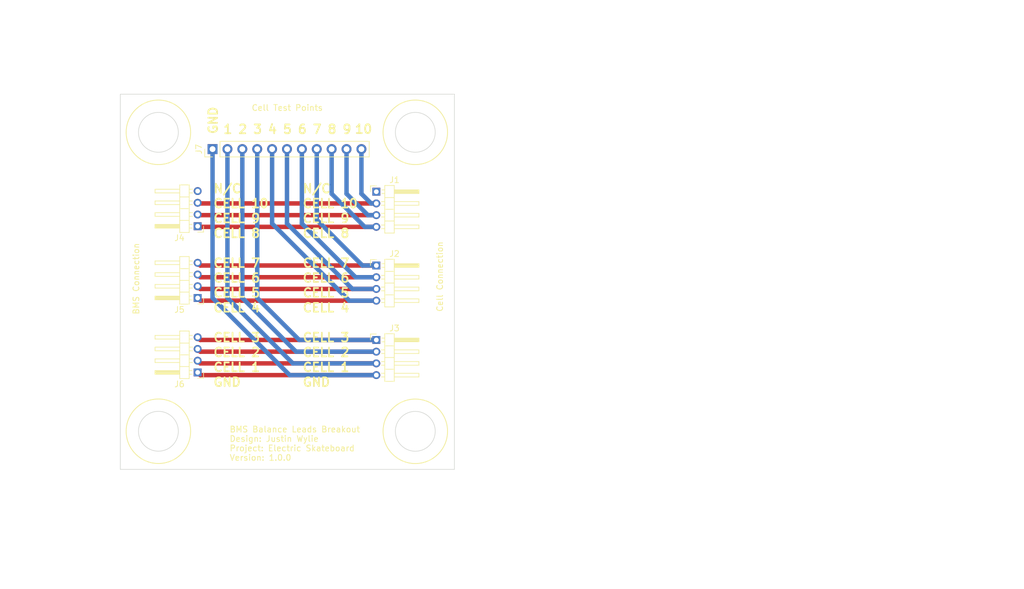
<source format=kicad_pcb>
(kicad_pcb (version 20221018) (generator pcbnew)
  (layers (0 "F.Cu" signal) (31 "B.Cu" signal) (34 "B.Paste" user) (35 "F.Paste" user) (36 "B.SilkS" user "B.Silkscreen") (37 "F.SilkS" user "F.Silkscreen") (38 "B.Mask" user) (39 "F.Mask" user) (44 "Edge.Cuts" user))
  (net 0 "")
  (net 2 "/cell_10")
  (net 3 "/cell_9")
  (net 4 "/cell_8")
  (net 5 "/cell_7")
  (net 6 "/cell_6")
  (net 7 "/cell_5")
  (net 8 "/cell_4")
  (net 9 "/cell_3")
  (net 10 "/cell_2")
  (net 11 "/cell_1")
  (net 12 "GND")
  (footprint "Connector_PinHeader_2.00mm:PinHeader_1x04_P2.00mm_Horizontal" (layer "F.Cu") (at 93.677772 102.631455)
    (fp_text reference "J1" (at 3.1 -2) (layer "F.SilkS"))
    (fp_text value "Conn_01x04")
    (fp_line (start -1 -1) (end 0 -1) (stroke (width 0.12)) (layer "F.SilkS"))
    (fp_line (start -1 0) (end -1 -1) (stroke (width 0.12)) (layer "F.SilkS"))
    (fp_line (start 0.882114 1.69) (end 1.44 1.69) (stroke (width 0.12)) (layer "F.SilkS"))
    (fp_line (start 0.882114 2.31) (end 1.44 2.31) (stroke (width 0.12)) (layer "F.SilkS"))
    (fp_line (start 0.882114 3.69) (end 1.44 3.69) (stroke (width 0.12)) (layer "F.SilkS"))
    (fp_line (start 0.882114 4.31) (end 1.44 4.31) (stroke (width 0.12)) (layer "F.SilkS"))
    (fp_line (start 0.882114 5.69) (end 1.44 5.69) (stroke (width 0.12)) (layer "F.SilkS"))
    (fp_line (start 0.882114 6.31) (end 1.44 6.31) (stroke (width 0.12)) (layer "F.SilkS"))
    (fp_line (start 0.935 -0.31) (end 1.44 -0.31) (stroke (width 0.12)) (layer "F.SilkS"))
    (fp_line (start 0.935 0.31) (end 1.44 0.31) (stroke (width 0.12)) (layer "F.SilkS"))
    (fp_line (start 1.44 -1.06) (end 1.44 7.06) (stroke (width 0.12)) (layer "F.SilkS"))
    (fp_line (start 1.44 1) (end 3.06 1) (stroke (width 0.12)) (layer "F.SilkS"))
    (fp_line (start 1.44 3) (end 3.06 3) (stroke (width 0.12)) (layer "F.SilkS"))
    (fp_line (start 1.44 5) (end 3.06 5) (stroke (width 0.12)) (layer "F.SilkS"))
    (fp_line (start 1.44 7.06) (end 3.06 7.06) (stroke (width 0.12)) (layer "F.SilkS"))
    (fp_line (start 3.06 -1.06) (end 1.44 -1.06) (stroke (width 0.12)) (layer "F.SilkS"))
    (fp_line (start 3.06 -0.31) (end 7.26 -0.31) (stroke (width 0.12)) (layer "F.SilkS"))
    (fp_line (start 3.06 -0.25) (end 7.26 -0.25) (stroke (width 0.12)) (layer "F.SilkS"))
    (fp_line (start 3.06 -0.13) (end 7.26 -0.13) (stroke (width 0.12)) (layer "F.SilkS"))
    (fp_line (start 3.06 -0.01) (end 7.26 -0.01) (stroke (width 0.12)) (layer "F.SilkS"))
    (fp_line (start 3.06 0.11) (end 7.26 0.11) (stroke (width 0.12)) (layer "F.SilkS"))
    (fp_line (start 3.06 0.23) (end 7.26 0.23) (stroke (width 0.12)) (layer "F.SilkS"))
    (fp_line (start 3.06 1.69) (end 7.26 1.69) (stroke (width 0.12)) (layer "F.SilkS"))
    (fp_line (start 3.06 3.69) (end 7.26 3.69) (stroke (width 0.12)) (layer "F.SilkS"))
    (fp_line (start 3.06 5.69) (end 7.26 5.69) (stroke (width 0.12)) (layer "F.SilkS"))
    (fp_line (start 3.06 7.06) (end 3.06 -1.06) (stroke (width 0.12)) (layer "F.SilkS"))
    (fp_line (start 7.26 -0.31) (end 7.26 0.31) (stroke (width 0.12)) (layer "F.SilkS"))
    (fp_line (start 7.26 0.31) (end 3.06 0.31) (stroke (width 0.12)) (layer "F.SilkS"))
    (fp_line (start 7.26 1.69) (end 7.26 2.31) (stroke (width 0.12)) (layer "F.SilkS"))
    (fp_line (start 7.26 2.31) (end 3.06 2.31) (stroke (width 0.12)) (layer "F.SilkS"))
    (fp_line (start 7.26 3.69) (end 7.26 4.31) (stroke (width 0.12)) (layer "F.SilkS"))
    (fp_line (start 7.26 4.31) (end 3.06 4.31) (stroke (width 0.12)) (layer "F.SilkS"))
    (fp_line (start 7.26 5.69) (end 7.26 6.31) (stroke (width 0.12)) (layer "F.SilkS"))
    (fp_line (start 7.26 6.31) (end 3.06 6.31) (stroke (width 0.12)) (layer "F.SilkS"))
    (pad "1" thru_hole rect (at 0 0) (size 1.35 1.35) (drill 0.8) (layers "*.Cu" "*.Mask"))
    (pad "2" thru_hole oval (at 0 2) (size 1.35 1.35) (drill 0.8) (layers "*.Cu" "*.Mask") (net 2 "/cell_10"))
    (pad "3" thru_hole oval (at 0 4) (size 1.35 1.35) (drill 0.8) (layers "*.Cu" "*.Mask") (net 3 "/cell_9"))
    (pad "4" thru_hole oval (at 0 6) (size 1.35 1.35) (drill 0.8) (layers "*.Cu" "*.Mask") (net 4 "/cell_8"))
  )
  (footprint "Connector_PinHeader_2.00mm:PinHeader_1x04_P2.00mm_Horizontal" (layer "F.Cu") (at 93.677772 115.221455)
    (fp_text reference "J2" (at 3.1 -2) (layer "F.SilkS"))
    (fp_text value "Conn_01x04")
    (fp_line (start -1 -1) (end 0 -1) (stroke (width 0.12)) (layer "F.SilkS"))
    (fp_line (start -1 0) (end -1 -1) (stroke (width 0.12)) (layer "F.SilkS"))
    (fp_line (start 0.882114 1.69) (end 1.44 1.69) (stroke (width 0.12)) (layer "F.SilkS"))
    (fp_line (start 0.882114 2.31) (end 1.44 2.31) (stroke (width 0.12)) (layer "F.SilkS"))
    (fp_line (start 0.882114 3.69) (end 1.44 3.69) (stroke (width 0.12)) (layer "F.SilkS"))
    (fp_line (start 0.882114 4.31) (end 1.44 4.31) (stroke (width 0.12)) (layer "F.SilkS"))
    (fp_line (start 0.882114 5.69) (end 1.44 5.69) (stroke (width 0.12)) (layer "F.SilkS"))
    (fp_line (start 0.882114 6.31) (end 1.44 6.31) (stroke (width 0.12)) (layer "F.SilkS"))
    (fp_line (start 0.935 -0.31) (end 1.44 -0.31) (stroke (width 0.12)) (layer "F.SilkS"))
    (fp_line (start 0.935 0.31) (end 1.44 0.31) (stroke (width 0.12)) (layer "F.SilkS"))
    (fp_line (start 1.44 -1.06) (end 1.44 7.06) (stroke (width 0.12)) (layer "F.SilkS"))
    (fp_line (start 1.44 1) (end 3.06 1) (stroke (width 0.12)) (layer "F.SilkS"))
    (fp_line (start 1.44 3) (end 3.06 3) (stroke (width 0.12)) (layer "F.SilkS"))
    (fp_line (start 1.44 5) (end 3.06 5) (stroke (width 0.12)) (layer "F.SilkS"))
    (fp_line (start 1.44 7.06) (end 3.06 7.06) (stroke (width 0.12)) (layer "F.SilkS"))
    (fp_line (start 3.06 -1.06) (end 1.44 -1.06) (stroke (width 0.12)) (layer "F.SilkS"))
    (fp_line (start 3.06 -0.31) (end 7.26 -0.31) (stroke (width 0.12)) (layer "F.SilkS"))
    (fp_line (start 3.06 -0.25) (end 7.26 -0.25) (stroke (width 0.12)) (layer "F.SilkS"))
    (fp_line (start 3.06 -0.13) (end 7.26 -0.13) (stroke (width 0.12)) (layer "F.SilkS"))
    (fp_line (start 3.06 -0.01) (end 7.26 -0.01) (stroke (width 0.12)) (layer "F.SilkS"))
    (fp_line (start 3.06 0.11) (end 7.26 0.11) (stroke (width 0.12)) (layer "F.SilkS"))
    (fp_line (start 3.06 0.23) (end 7.26 0.23) (stroke (width 0.12)) (layer "F.SilkS"))
    (fp_line (start 3.06 1.69) (end 7.26 1.69) (stroke (width 0.12)) (layer "F.SilkS"))
    (fp_line (start 3.06 3.69) (end 7.26 3.69) (stroke (width 0.12)) (layer "F.SilkS"))
    (fp_line (start 3.06 5.69) (end 7.26 5.69) (stroke (width 0.12)) (layer "F.SilkS"))
    (fp_line (start 3.06 7.06) (end 3.06 -1.06) (stroke (width 0.12)) (layer "F.SilkS"))
    (fp_line (start 7.26 -0.31) (end 7.26 0.31) (stroke (width 0.12)) (layer "F.SilkS"))
    (fp_line (start 7.26 0.31) (end 3.06 0.31) (stroke (width 0.12)) (layer "F.SilkS"))
    (fp_line (start 7.26 1.69) (end 7.26 2.31) (stroke (width 0.12)) (layer "F.SilkS"))
    (fp_line (start 7.26 2.31) (end 3.06 2.31) (stroke (width 0.12)) (layer "F.SilkS"))
    (fp_line (start 7.26 3.69) (end 7.26 4.31) (stroke (width 0.12)) (layer "F.SilkS"))
    (fp_line (start 7.26 4.31) (end 3.06 4.31) (stroke (width 0.12)) (layer "F.SilkS"))
    (fp_line (start 7.26 5.69) (end 7.26 6.31) (stroke (width 0.12)) (layer "F.SilkS"))
    (fp_line (start 7.26 6.31) (end 3.06 6.31) (stroke (width 0.12)) (layer "F.SilkS"))
    (pad "1" thru_hole rect (at 0 0) (size 1.35 1.35) (drill 0.8) (layers "*.Cu" "*.Mask") (net 5 "/cell_7"))
    (pad "2" thru_hole oval (at 0 2) (size 1.35 1.35) (drill 0.8) (layers "*.Cu" "*.Mask") (net 6 "/cell_6"))
    (pad "3" thru_hole oval (at 0 4) (size 1.35 1.35) (drill 0.8) (layers "*.Cu" "*.Mask") (net 7 "/cell_5"))
    (pad "4" thru_hole oval (at 0 6) (size 1.35 1.35) (drill 0.8) (layers "*.Cu" "*.Mask") (net 8 "/cell_4"))
  )
  (footprint "Connector_PinHeader_2.54mm:PinHeader_1x11_P2.54mm_Vertical" (layer "F.Cu") (at 65.737772 95.361455 90)
    (fp_text reference "J7" (at 0 -2.33 90) (layer "F.SilkS"))
    (fp_text value "Conn_01x11")
    (fp_line (start -1.33 -1.33) (end 0 -1.33) (stroke (width 0.12)) (layer "F.SilkS"))
    (fp_line (start -1.33 0) (end -1.33 -1.33) (stroke (width 0.12)) (layer "F.SilkS"))
    (fp_line (start -1.33 1.27) (end -1.33 26.73) (stroke (width 0.12)) (layer "F.SilkS"))
    (fp_line (start -1.33 1.27) (end 1.33 1.27) (stroke (width 0.12)) (layer "F.SilkS"))
    (fp_line (start -1.33 26.73) (end 1.33 26.73) (stroke (width 0.12)) (layer "F.SilkS"))
    (fp_line (start 1.33 1.27) (end 1.33 26.73) (stroke (width 0.12)) (layer "F.SilkS"))
    (pad "1" thru_hole rect (at 0 0 90) (size 1.7 1.7) (drill 1) (layers "*.Cu" "*.Mask") (net 12 "GND"))
    (pad "2" thru_hole oval (at 0 2.54 90) (size 1.7 1.7) (drill 1) (layers "*.Cu" "*.Mask") (net 11 "/cell_1"))
    (pad "3" thru_hole oval (at 0 5.08 90) (size 1.7 1.7) (drill 1) (layers "*.Cu" "*.Mask") (net 10 "/cell_2"))
    (pad "4" thru_hole oval (at 0 7.62 90) (size 1.7 1.7) (drill 1) (layers "*.Cu" "*.Mask") (net 9 "/cell_3"))
    (pad "5" thru_hole oval (at 0 10.16 90) (size 1.7 1.7) (drill 1) (layers "*.Cu" "*.Mask") (net 8 "/cell_4"))
    (pad "6" thru_hole oval (at 0 12.7 90) (size 1.7 1.7) (drill 1) (layers "*.Cu" "*.Mask") (net 7 "/cell_5"))
    (pad "7" thru_hole oval (at 0 15.24 90) (size 1.7 1.7) (drill 1) (layers "*.Cu" "*.Mask") (net 6 "/cell_6"))
    (pad "8" thru_hole oval (at 0 17.78 90) (size 1.7 1.7) (drill 1) (layers "*.Cu" "*.Mask") (net 5 "/cell_7"))
    (pad "9" thru_hole oval (at 0 20.32 90) (size 1.7 1.7) (drill 1) (layers "*.Cu" "*.Mask") (net 4 "/cell_8"))
    (pad "10" thru_hole oval (at 0 22.86 90) (size 1.7 1.7) (drill 1) (layers "*.Cu" "*.Mask") (net 3 "/cell_9"))
    (pad "11" thru_hole oval (at 0 25.4 90) (size 1.7 1.7) (drill 1) (layers "*.Cu" "*.Mask") (net 2 "/cell_10"))
  )
  (footprint "Connector_PinHeader_2.00mm:PinHeader_1x04_P2.00mm_Horizontal" (layer "F.Cu") (at 63.197772 133.461455 180)
    (fp_text reference "J6" (at 3.1 -2) (layer "F.SilkS"))
    (fp_text value "Conn_01x04")
    (fp_line (start -1 -1) (end 0 -1) (stroke (width 0.12)) (layer "F.SilkS"))
    (fp_line (start -1 0) (end -1 -1) (stroke (width 0.12)) (layer "F.SilkS"))
    (fp_line (start 0.882114 1.69) (end 1.44 1.69) (stroke (width 0.12)) (layer "F.SilkS"))
    (fp_line (start 0.882114 2.31) (end 1.44 2.31) (stroke (width 0.12)) (layer "F.SilkS"))
    (fp_line (start 0.882114 3.69) (end 1.44 3.69) (stroke (width 0.12)) (layer "F.SilkS"))
    (fp_line (start 0.882114 4.31) (end 1.44 4.31) (stroke (width 0.12)) (layer "F.SilkS"))
    (fp_line (start 0.882114 5.69) (end 1.44 5.69) (stroke (width 0.12)) (layer "F.SilkS"))
    (fp_line (start 0.882114 6.31) (end 1.44 6.31) (stroke (width 0.12)) (layer "F.SilkS"))
    (fp_line (start 0.935 -0.31) (end 1.44 -0.31) (stroke (width 0.12)) (layer "F.SilkS"))
    (fp_line (start 0.935 0.31) (end 1.44 0.31) (stroke (width 0.12)) (layer "F.SilkS"))
    (fp_line (start 1.44 -1.06) (end 1.44 7.06) (stroke (width 0.12)) (layer "F.SilkS"))
    (fp_line (start 1.44 1) (end 3.06 1) (stroke (width 0.12)) (layer "F.SilkS"))
    (fp_line (start 1.44 3) (end 3.06 3) (stroke (width 0.12)) (layer "F.SilkS"))
    (fp_line (start 1.44 5) (end 3.06 5) (stroke (width 0.12)) (layer "F.SilkS"))
    (fp_line (start 1.44 7.06) (end 3.06 7.06) (stroke (width 0.12)) (layer "F.SilkS"))
    (fp_line (start 3.06 -1.06) (end 1.44 -1.06) (stroke (width 0.12)) (layer "F.SilkS"))
    (fp_line (start 3.06 -0.31) (end 7.26 -0.31) (stroke (width 0.12)) (layer "F.SilkS"))
    (fp_line (start 3.06 -0.25) (end 7.26 -0.25) (stroke (width 0.12)) (layer "F.SilkS"))
    (fp_line (start 3.06 -0.13) (end 7.26 -0.13) (stroke (width 0.12)) (layer "F.SilkS"))
    (fp_line (start 3.06 -0.01) (end 7.26 -0.01) (stroke (width 0.12)) (layer "F.SilkS"))
    (fp_line (start 3.06 0.11) (end 7.26 0.11) (stroke (width 0.12)) (layer "F.SilkS"))
    (fp_line (start 3.06 0.23) (end 7.26 0.23) (stroke (width 0.12)) (layer "F.SilkS"))
    (fp_line (start 3.06 1.69) (end 7.26 1.69) (stroke (width 0.12)) (layer "F.SilkS"))
    (fp_line (start 3.06 3.69) (end 7.26 3.69) (stroke (width 0.12)) (layer "F.SilkS"))
    (fp_line (start 3.06 5.69) (end 7.26 5.69) (stroke (width 0.12)) (layer "F.SilkS"))
    (fp_line (start 3.06 7.06) (end 3.06 -1.06) (stroke (width 0.12)) (layer "F.SilkS"))
    (fp_line (start 7.26 -0.31) (end 7.26 0.31) (stroke (width 0.12)) (layer "F.SilkS"))
    (fp_line (start 7.26 0.31) (end 3.06 0.31) (stroke (width 0.12)) (layer "F.SilkS"))
    (fp_line (start 7.26 1.69) (end 7.26 2.31) (stroke (width 0.12)) (layer "F.SilkS"))
    (fp_line (start 7.26 2.31) (end 3.06 2.31) (stroke (width 0.12)) (layer "F.SilkS"))
    (fp_line (start 7.26 3.69) (end 7.26 4.31) (stroke (width 0.12)) (layer "F.SilkS"))
    (fp_line (start 7.26 4.31) (end 3.06 4.31) (stroke (width 0.12)) (layer "F.SilkS"))
    (fp_line (start 7.26 5.69) (end 7.26 6.31) (stroke (width 0.12)) (layer "F.SilkS"))
    (fp_line (start 7.26 6.31) (end 3.06 6.31) (stroke (width 0.12)) (layer "F.SilkS"))
    (pad "1" thru_hole rect (at 0 0 180) (size 1.35 1.35) (drill 0.8) (layers "*.Cu" "*.Mask") (net 12 "GND"))
    (pad "2" thru_hole oval (at 0 2 180) (size 1.35 1.35) (drill 0.8) (layers "*.Cu" "*.Mask") (net 11 "/cell_1"))
    (pad "3" thru_hole oval (at 0 4 180) (size 1.35 1.35) (drill 0.8) (layers "*.Cu" "*.Mask") (net 10 "/cell_2"))
    (pad "4" thru_hole oval (at 0 6 180) (size 1.35 1.35) (drill 0.8) (layers "*.Cu" "*.Mask") (net 9 "/cell_3"))
  )
  (footprint "Connector_PinHeader_2.00mm:PinHeader_1x04_P2.00mm_Horizontal" (layer "F.Cu") (at 63.197772 120.761455 180)
    (fp_text reference "J5" (at 3.1 -2) (layer "F.SilkS"))
    (fp_text value "Conn_01x04")
    (fp_line (start -1 -1) (end 0 -1) (stroke (width 0.12)) (layer "F.SilkS"))
    (fp_line (start -1 0) (end -1 -1) (stroke (width 0.12)) (layer "F.SilkS"))
    (fp_line (start 0.882114 1.69) (end 1.44 1.69) (stroke (width 0.12)) (layer "F.SilkS"))
    (fp_line (start 0.882114 2.31) (end 1.44 2.31) (stroke (width 0.12)) (layer "F.SilkS"))
    (fp_line (start 0.882114 3.69) (end 1.44 3.69) (stroke (width 0.12)) (layer "F.SilkS"))
    (fp_line (start 0.882114 4.31) (end 1.44 4.31) (stroke (width 0.12)) (layer "F.SilkS"))
    (fp_line (start 0.882114 5.69) (end 1.44 5.69) (stroke (width 0.12)) (layer "F.SilkS"))
    (fp_line (start 0.882114 6.31) (end 1.44 6.31) (stroke (width 0.12)) (layer "F.SilkS"))
    (fp_line (start 0.935 -0.31) (end 1.44 -0.31) (stroke (width 0.12)) (layer "F.SilkS"))
    (fp_line (start 0.935 0.31) (end 1.44 0.31) (stroke (width 0.12)) (layer "F.SilkS"))
    (fp_line (start 1.44 -1.06) (end 1.44 7.06) (stroke (width 0.12)) (layer "F.SilkS"))
    (fp_line (start 1.44 1) (end 3.06 1) (stroke (width 0.12)) (layer "F.SilkS"))
    (fp_line (start 1.44 3) (end 3.06 3) (stroke (width 0.12)) (layer "F.SilkS"))
    (fp_line (start 1.44 5) (end 3.06 5) (stroke (width 0.12)) (layer "F.SilkS"))
    (fp_line (start 1.44 7.06) (end 3.06 7.06) (stroke (width 0.12)) (layer "F.SilkS"))
    (fp_line (start 3.06 -1.06) (end 1.44 -1.06) (stroke (width 0.12)) (layer "F.SilkS"))
    (fp_line (start 3.06 -0.31) (end 7.26 -0.31) (stroke (width 0.12)) (layer "F.SilkS"))
    (fp_line (start 3.06 -0.25) (end 7.26 -0.25) (stroke (width 0.12)) (layer "F.SilkS"))
    (fp_line (start 3.06 -0.13) (end 7.26 -0.13) (stroke (width 0.12)) (layer "F.SilkS"))
    (fp_line (start 3.06 -0.01) (end 7.26 -0.01) (stroke (width 0.12)) (layer "F.SilkS"))
    (fp_line (start 3.06 0.11) (end 7.26 0.11) (stroke (width 0.12)) (layer "F.SilkS"))
    (fp_line (start 3.06 0.23) (end 7.26 0.23) (stroke (width 0.12)) (layer "F.SilkS"))
    (fp_line (start 3.06 1.69) (end 7.26 1.69) (stroke (width 0.12)) (layer "F.SilkS"))
    (fp_line (start 3.06 3.69) (end 7.26 3.69) (stroke (width 0.12)) (layer "F.SilkS"))
    (fp_line (start 3.06 5.69) (end 7.26 5.69) (stroke (width 0.12)) (layer "F.SilkS"))
    (fp_line (start 3.06 7.06) (end 3.06 -1.06) (stroke (width 0.12)) (layer "F.SilkS"))
    (fp_line (start 7.26 -0.31) (end 7.26 0.31) (stroke (width 0.12)) (layer "F.SilkS"))
    (fp_line (start 7.26 0.31) (end 3.06 0.31) (stroke (width 0.12)) (layer "F.SilkS"))
    (fp_line (start 7.26 1.69) (end 7.26 2.31) (stroke (width 0.12)) (layer "F.SilkS"))
    (fp_line (start 7.26 2.31) (end 3.06 2.31) (stroke (width 0.12)) (layer "F.SilkS"))
    (fp_line (start 7.26 3.69) (end 7.26 4.31) (stroke (width 0.12)) (layer "F.SilkS"))
    (fp_line (start 7.26 4.31) (end 3.06 4.31) (stroke (width 0.12)) (layer "F.SilkS"))
    (fp_line (start 7.26 5.69) (end 7.26 6.31) (stroke (width 0.12)) (layer "F.SilkS"))
    (fp_line (start 7.26 6.31) (end 3.06 6.31) (stroke (width 0.12)) (layer "F.SilkS"))
    (pad "1" thru_hole rect (at 0 0 180) (size 1.35 1.35) (drill 0.8) (layers "*.Cu" "*.Mask") (net 8 "/cell_4"))
    (pad "2" thru_hole oval (at 0 2 180) (size 1.35 1.35) (drill 0.8) (layers "*.Cu" "*.Mask") (net 7 "/cell_5"))
    (pad "3" thru_hole oval (at 0 4 180) (size 1.35 1.35) (drill 0.8) (layers "*.Cu" "*.Mask") (net 6 "/cell_6"))
    (pad "4" thru_hole oval (at 0 6 180) (size 1.35 1.35) (drill 0.8) (layers "*.Cu" "*.Mask") (net 5 "/cell_7"))
  )
  (footprint "Connector_PinHeader_2.00mm:PinHeader_1x04_P2.00mm_Horizontal" (layer "F.Cu") (at 63.197772 108.521455 180)
    (fp_text reference "J4" (at 3.1 -2) (layer "F.SilkS"))
    (fp_text value "Conn_01x04")
    (fp_line (start -1 -1) (end 0 -1) (stroke (width 0.12)) (layer "F.SilkS"))
    (fp_line (start -1 0) (end -1 -1) (stroke (width 0.12)) (layer "F.SilkS"))
    (fp_line (start 0.882114 1.69) (end 1.44 1.69) (stroke (width 0.12)) (layer "F.SilkS"))
    (fp_line (start 0.882114 2.31) (end 1.44 2.31) (stroke (width 0.12)) (layer "F.SilkS"))
    (fp_line (start 0.882114 3.69) (end 1.44 3.69) (stroke (width 0.12)) (layer "F.SilkS"))
    (fp_line (start 0.882114 4.31) (end 1.44 4.31) (stroke (width 0.12)) (layer "F.SilkS"))
    (fp_line (start 0.882114 5.69) (end 1.44 5.69) (stroke (width 0.12)) (layer "F.SilkS"))
    (fp_line (start 0.882114 6.31) (end 1.44 6.31) (stroke (width 0.12)) (layer "F.SilkS"))
    (fp_line (start 0.935 -0.31) (end 1.44 -0.31) (stroke (width 0.12)) (layer "F.SilkS"))
    (fp_line (start 0.935 0.31) (end 1.44 0.31) (stroke (width 0.12)) (layer "F.SilkS"))
    (fp_line (start 1.44 -1.06) (end 1.44 7.06) (stroke (width 0.12)) (layer "F.SilkS"))
    (fp_line (start 1.44 1) (end 3.06 1) (stroke (width 0.12)) (layer "F.SilkS"))
    (fp_line (start 1.44 3) (end 3.06 3) (stroke (width 0.12)) (layer "F.SilkS"))
    (fp_line (start 1.44 5) (end 3.06 5) (stroke (width 0.12)) (layer "F.SilkS"))
    (fp_line (start 1.44 7.06) (end 3.06 7.06) (stroke (width 0.12)) (layer "F.SilkS"))
    (fp_line (start 3.06 -1.06) (end 1.44 -1.06) (stroke (width 0.12)) (layer "F.SilkS"))
    (fp_line (start 3.06 -0.31) (end 7.26 -0.31) (stroke (width 0.12)) (layer "F.SilkS"))
    (fp_line (start 3.06 -0.25) (end 7.26 -0.25) (stroke (width 0.12)) (layer "F.SilkS"))
    (fp_line (start 3.06 -0.13) (end 7.26 -0.13) (stroke (width 0.12)) (layer "F.SilkS"))
    (fp_line (start 3.06 -0.01) (end 7.26 -0.01) (stroke (width 0.12)) (layer "F.SilkS"))
    (fp_line (start 3.06 0.11) (end 7.26 0.11) (stroke (width 0.12)) (layer "F.SilkS"))
    (fp_line (start 3.06 0.23) (end 7.26 0.23) (stroke (width 0.12)) (layer "F.SilkS"))
    (fp_line (start 3.06 1.69) (end 7.26 1.69) (stroke (width 0.12)) (layer "F.SilkS"))
    (fp_line (start 3.06 3.69) (end 7.26 3.69) (stroke (width 0.12)) (layer "F.SilkS"))
    (fp_line (start 3.06 5.69) (end 7.26 5.69) (stroke (width 0.12)) (layer "F.SilkS"))
    (fp_line (start 3.06 7.06) (end 3.06 -1.06) (stroke (width 0.12)) (layer "F.SilkS"))
    (fp_line (start 7.26 -0.31) (end 7.26 0.31) (stroke (width 0.12)) (layer "F.SilkS"))
    (fp_line (start 7.26 0.31) (end 3.06 0.31) (stroke (width 0.12)) (layer "F.SilkS"))
    (fp_line (start 7.26 1.69) (end 7.26 2.31) (stroke (width 0.12)) (layer "F.SilkS"))
    (fp_line (start 7.26 2.31) (end 3.06 2.31) (stroke (width 0.12)) (layer "F.SilkS"))
    (fp_line (start 7.26 3.69) (end 7.26 4.31) (stroke (width 0.12)) (layer "F.SilkS"))
    (fp_line (start 7.26 4.31) (end 3.06 4.31) (stroke (width 0.12)) (layer "F.SilkS"))
    (fp_line (start 7.26 5.69) (end 7.26 6.31) (stroke (width 0.12)) (layer "F.SilkS"))
    (fp_line (start 7.26 6.31) (end 3.06 6.31) (stroke (width 0.12)) (layer "F.SilkS"))
    (pad "1" thru_hole rect (at 0 0 180) (size 1.35 1.35) (drill 0.8) (layers "*.Cu" "*.Mask") (net 4 "/cell_8"))
    (pad "2" thru_hole oval (at 0 2 180) (size 1.35 1.35) (drill 0.8) (layers "*.Cu" "*.Mask") (net 3 "/cell_9"))
    (pad "3" thru_hole oval (at 0 4 180) (size 1.35 1.35) (drill 0.8) (layers "*.Cu" "*.Mask") (net 2 "/cell_10"))
    (pad "4" thru_hole oval (at 0 6 180) (size 1.35 1.35) (drill 0.8) (layers "*.Cu" "*.Mask"))
  )
  (footprint "Connector_PinHeader_2.00mm:PinHeader_1x04_P2.00mm_Horizontal" (layer "F.Cu") (at 93.677772 127.921455)
    (fp_text reference "J3" (at 3.1 -2) (layer "F.SilkS"))
    (fp_text value "Conn_01x04")
    (fp_line (start -1 -1) (end 0 -1) (stroke (width 0.12)) (layer "F.SilkS"))
    (fp_line (start -1 0) (end -1 -1) (stroke (width 0.12)) (layer "F.SilkS"))
    (fp_line (start 0.882114 1.69) (end 1.44 1.69) (stroke (width 0.12)) (layer "F.SilkS"))
    (fp_line (start 0.882114 2.31) (end 1.44 2.31) (stroke (width 0.12)) (layer "F.SilkS"))
    (fp_line (start 0.882114 3.69) (end 1.44 3.69) (stroke (width 0.12)) (layer "F.SilkS"))
    (fp_line (start 0.882114 4.31) (end 1.44 4.31) (stroke (width 0.12)) (layer "F.SilkS"))
    (fp_line (start 0.882114 5.69) (end 1.44 5.69) (stroke (width 0.12)) (layer "F.SilkS"))
    (fp_line (start 0.882114 6.31) (end 1.44 6.31) (stroke (width 0.12)) (layer "F.SilkS"))
    (fp_line (start 0.935 -0.31) (end 1.44 -0.31) (stroke (width 0.12)) (layer "F.SilkS"))
    (fp_line (start 0.935 0.31) (end 1.44 0.31) (stroke (width 0.12)) (layer "F.SilkS"))
    (fp_line (start 1.44 -1.06) (end 1.44 7.06) (stroke (width 0.12)) (layer "F.SilkS"))
    (fp_line (start 1.44 1) (end 3.06 1) (stroke (width 0.12)) (layer "F.SilkS"))
    (fp_line (start 1.44 3) (end 3.06 3) (stroke (width 0.12)) (layer "F.SilkS"))
    (fp_line (start 1.44 5) (end 3.06 5) (stroke (width 0.12)) (layer "F.SilkS"))
    (fp_line (start 1.44 7.06) (end 3.06 7.06) (stroke (width 0.12)) (layer "F.SilkS"))
    (fp_line (start 3.06 -1.06) (end 1.44 -1.06) (stroke (width 0.12)) (layer "F.SilkS"))
    (fp_line (start 3.06 -0.31) (end 7.26 -0.31) (stroke (width 0.12)) (layer "F.SilkS"))
    (fp_line (start 3.06 -0.25) (end 7.26 -0.25) (stroke (width 0.12)) (layer "F.SilkS"))
    (fp_line (start 3.06 -0.13) (end 7.26 -0.13) (stroke (width 0.12)) (layer "F.SilkS"))
    (fp_line (start 3.06 -0.01) (end 7.26 -0.01) (stroke (width 0.12)) (layer "F.SilkS"))
    (fp_line (start 3.06 0.11) (end 7.26 0.11) (stroke (width 0.12)) (layer "F.SilkS"))
    (fp_line (start 3.06 0.23) (end 7.26 0.23) (stroke (width 0.12)) (layer "F.SilkS"))
    (fp_line (start 3.06 1.69) (end 7.26 1.69) (stroke (width 0.12)) (layer "F.SilkS"))
    (fp_line (start 3.06 3.69) (end 7.26 3.69) (stroke (width 0.12)) (layer "F.SilkS"))
    (fp_line (start 3.06 5.69) (end 7.26 5.69) (stroke (width 0.12)) (layer "F.SilkS"))
    (fp_line (start 3.06 7.06) (end 3.06 -1.06) (stroke (width 0.12)) (layer "F.SilkS"))
    (fp_line (start 7.26 -0.31) (end 7.26 0.31) (stroke (width 0.12)) (layer "F.SilkS"))
    (fp_line (start 7.26 0.31) (end 3.06 0.31) (stroke (width 0.12)) (layer "F.SilkS"))
    (fp_line (start 7.26 1.69) (end 7.26 2.31) (stroke (width 0.12)) (layer "F.SilkS"))
    (fp_line (start 7.26 2.31) (end 3.06 2.31) (stroke (width 0.12)) (layer "F.SilkS"))
    (fp_line (start 7.26 3.69) (end 7.26 4.31) (stroke (width 0.12)) (layer "F.SilkS"))
    (fp_line (start 7.26 4.31) (end 3.06 4.31) (stroke (width 0.12)) (layer "F.SilkS"))
    (fp_line (start 7.26 5.69) (end 7.26 6.31) (stroke (width 0.12)) (layer "F.SilkS"))
    (fp_line (start 7.26 6.31) (end 3.06 6.31) (stroke (width 0.12)) (layer "F.SilkS"))
    (pad "1" thru_hole rect (at 0 0) (size 1.35 1.35) (drill 0.8) (layers "*.Cu" "*.Mask") (net 9 "/cell_3"))
    (pad "2" thru_hole oval (at 0 2) (size 1.35 1.35) (drill 0.8) (layers "*.Cu" "*.Mask") (net 10 "/cell_2"))
    (pad "3" thru_hole oval (at 0 4) (size 1.35 1.35) (drill 0.8) (layers "*.Cu" "*.Mask") (net 11 "/cell_1"))
    (pad "4" thru_hole oval (at 0 6) (size 1.35 1.35) (drill 0.8) (layers "*.Cu" "*.Mask") (net 12 "GND"))
  )
  (gr_circle (center 56.5 92.5) (end 62 92.5) (stroke (width 0.15)) (fill none) (layer "F.SilkS"))
  (gr_circle (center 100.33 92.5) (end 105.83 92.5) (stroke (width 0.15)) (fill none) (layer "F.SilkS"))
  (gr_circle (center 100.33 143.51) (end 105.83 143.51) (stroke (width 0.15)) (fill none) (layer "F.SilkS"))
  (gr_circle (center 56.5 143.5) (end 62 143.5) (stroke (width 0.15)) (fill none) (layer "F.SilkS"))
  (gr_line (start 50 150) (end 50 86) (stroke (width 0.1)) (layer "Edge.Cuts"))
  (gr_line (start 107 150) (end 50 150) (stroke (width 0.1)) (layer "Edge.Cuts"))
  (gr_line (start 50 86) (end 107 86) (stroke (width 0.1)) (layer "Edge.Cuts"))
  (gr_line (start 107 86) (end 107 150) (stroke (width 0.1)) (layer "Edge.Cuts"))
  (gr_circle (center 100.33 92.5) (end 103.73 92.5) (stroke (width 0.1)) (fill none) (layer "Edge.Cuts"))
  (gr_circle (center 56.5 143.5) (end 59.9 143.5) (stroke (width 0.1)) (fill none) (layer "Edge.Cuts"))
  (gr_circle (center 100.33 143.51) (end 103.73 143.51) (stroke (width 0.1)) (fill none) (layer "Edge.Cuts"))
  (gr_circle (center 56.5 92.5) (end 59.9 92.5) (stroke (width 0.1)) (fill none) (layer "Edge.Cuts"))
  (gr_text "CELL 4" (at 80.977772 123.301455) (layer "F.SilkS") (effects (font (size 1.5 1.5) (thickness 0.3) bold) (justify left bottom)))
  (gr_text "N/C" (at 80.977772 102.981455) (layer "F.SilkS") (effects (font (size 1.5 1.5) (thickness 0.3) bold) (justify left bottom)))
  (gr_text "CELL 5" (at 65.737772 120.761455) (layer "F.SilkS") (effects (font (size 1.5 1.5) (thickness 0.3) bold) (justify left bottom)))
  (gr_text "5" (at 77.596748 92.856281) (layer "F.SilkS") (effects (font (size 1.5 1.5) (thickness 0.3) bold) (justify left bottom)))
  (gr_text "CELL 7" (at 65.737772 115.681455) (layer "F.SilkS") (effects (font (size 1.5 1.5) (thickness 0.3) bold) (justify left bottom)))
  (gr_text "GND" (at 80.977772 136.001455) (layer "F.SilkS") (effects (font (size 1.5 1.5) (thickness 0.3) bold) (justify left bottom)))
  (gr_text "CELL 9" (at 80.977772 108.061455) (layer "F.SilkS") (effects (font (size 1.5 1.5) (thickness 0.3) bold) (justify left bottom)))
  (gr_text "CELL 6" (at 65.737772 118.221455) (layer "F.SilkS") (effects (font (size 1.5 1.5) (thickness 0.3) bold) (justify left bottom)))
  (gr_text "CELL 10" (at 65.737772 105.521455) (layer "F.SilkS") (effects (font (size 1.5 1.5) (thickness 0.3) bold) (justify left bottom)))
  (gr_text "CELL 1" (at 80.977772 133.461455) (layer "F.SilkS") (effects (font (size 1.5 1.5) (thickness 0.3) bold) (justify left bottom)))
  (gr_text "CELL 1" (at 65.737772 133.461455) (layer "F.SilkS") (effects (font (size 1.5 1.5) (thickness 0.3) bold) (justify left bottom)))
  (gr_text "CELL 3" (at 65.737772 128.381455) (layer "F.SilkS") (effects (font (size 1.5 1.5) (thickness 0.3) bold) (justify left bottom)))
  (gr_text "1" (at 67.436748 92.856281) (layer "F.SilkS") (effects (font (size 1.5 1.5) (thickness 0.3) bold) (justify left bottom)))
  (gr_text "CELL 7" (at 80.977772 115.681455) (layer "F.SilkS") (effects (font (size 1.5 1.5) (thickness 0.3) bold) (justify left bottom)))
  (gr_text "CELL 9" (at 65.737772 108.061455) (layer "F.SilkS") (effects (font (size 1.5 1.5) (thickness 0.3) bold) (justify left bottom)))
  (gr_text "CELL 8" (at 65.737772 110.601455) (layer "F.SilkS") (effects (font (size 1.5 1.5) (thickness 0.3) bold) (justify left bottom)))
  (gr_text "CELL 5" (at 80.977772 120.761455) (layer "F.SilkS") (effects (font (size 1.5 1.5) (thickness 0.3) bold) (justify left bottom)))
  (gr_text "CELL 10" (at 80.977772 105.521455) (layer "F.SilkS") (effects (font (size 1.5 1.5) (thickness 0.3) bold) (justify left bottom)))
  (gr_text "3" (at 72.516748 92.856281) (layer "F.SilkS") (effects (font (size 1.5 1.5) (thickness 0.3) bold) (justify left bottom)))
  (gr_text "6" (at 80.136748 92.856281) (layer "F.SilkS") (effects (font (size 1.5 1.5) (thickness 0.3) bold) (justify left bottom)))
  (gr_text "2" (at 69.976748 92.856281) (layer "F.SilkS") (effects (font (size 1.5 1.5) (thickness 0.3) bold) (justify left bottom)))
  (gr_text "BMS Balance Leads Breakout\nDesign: Justin Wylie\nProject: Electric Skateboard\nVersion: 1.0.0" (at 68.58 148.59) (layer "F.SilkS") (effects (font (size 1 1)) (justify left bottom)))
  (gr_text "BMS Connection" (at 53.288348 123.651436 90) (layer "F.SilkS") (effects (font (size 1 1)) (justify left bottom)))
  (gr_text "10" (at 89.867772 92.821455) (layer "F.SilkS") (effects (font (size 1.5 1.5) (thickness 0.3) bold) (justify left bottom)))
  (gr_text "7" (at 82.676748 92.856281) (layer "F.SilkS") (effects (font (size 1.5 1.5) (thickness 0.3) bold) (justify left bottom)))
  (gr_text "8" (at 85.216748 92.856281) (layer "F.SilkS") (effects (font (size 1.5 1.5) (thickness 0.3) bold) (justify left bottom)))
  (gr_text "CELL 8" (at 80.977772 110.601455) (layer "F.SilkS") (effects (font (size 1.5 1.5) (thickness 0.3) bold) (justify left bottom)))
  (gr_text "CELL 6" (at 80.977772 118.221455) (layer "F.SilkS") (effects (font (size 1.5 1.5) (thickness 0.3) bold) (justify left bottom)))
  (gr_text "Cell Connection" (at 105.107772 123.19 90) (layer "F.SilkS") (effects (font (size 1 1)) (justify left bottom)))
  (gr_text "4" (at 75.056748 92.856281) (layer "F.SilkS") (effects (font (size 1.5 1.5) (thickness 0.3) bold) (justify left bottom)))
  (gr_text "GND" (at 66.710452 92.938029 90) (layer "F.SilkS") (effects (font (size 1.5 1.5) (thickness 0.3) bold) (justify left bottom)))
  (gr_text "9" (at 87.756748 92.856281) (layer "F.SilkS") (effects (font (size 1.5 1.5) (thickness 0.3) bold) (justify left bottom)))
  (gr_text "CELL 2" (at 65.737772 130.921455) (layer "F.SilkS") (effects (font (size 1.5 1.5) (thickness 0.3) bold) (justify left bottom)))
  (gr_text "CELL 3" (at 80.977772 128.381455) (layer "F.SilkS") (effects (font (size 1.5 1.5) (thickness 0.3) bold) (justify left bottom)))
  (gr_text "CELL 2" (at 80.977772 130.921455) (layer "F.SilkS") (effects (font (size 1.5 1.5) (thickness 0.3) bold) (justify left bottom)))
  (gr_text "CELL 4" (at 65.737772 123.301455) (layer "F.SilkS") (effects (font (size 1.5 1.5) (thickness 0.3) bold) (justify left bottom)))
  (gr_text "Cell Test Points" (at 72.335 88.9) (layer "F.SilkS") (effects (font (size 1 1)) (justify left bottom)))
  (gr_text "GND" (at 65.737772 136.001455) (layer "F.SilkS") (effects (font (size 1.5 1.5) (thickness 0.3) bold) (justify left bottom)))
  (gr_text "N/C" (at 65.737772 102.981455) (layer "F.SilkS") (effects (font (size 1.5 1.5) (thickness 0.3) bold) (justify left bottom)))
  (segment (start 63.307772 104.631455) (end 63.197772 104.521455) (width 0.76) (layer "F.Cu") (net 2))
  (segment (start 93.677772 104.631455) (end 63.307772 104.631455) (width 0.76) (layer "F.Cu") (net 2))
  (segment (start 93.677772 104.631455) (end 92.787772 104.631455) (width 0.76) (layer "B.Cu") (net 2))
  (segment (start 91.137772 102.981455) (end 91.137772 95.361455) (width 0.76) (layer "B.Cu") (net 2))
  (segment (start 92.787772 104.631455) (end 91.137772 102.981455) (width 0.76) (layer "B.Cu") (net 2))
  (segment (start 93.677772 106.631455) (end 63.307772 106.631455) (width 0.76) (layer "F.Cu") (net 3))
  (segment (start 63.307772 106.631455) (end 63.197772 106.521455) (width 0.76) (layer "F.Cu") (net 3))
  (segment (start 92.247772 106.631455) (end 88.597772 102.981455) (width 0.76) (layer "B.Cu") (net 3))
  (segment (start 88.597772 102.981455) (end 88.597772 95.361455) (width 0.76) (layer "B.Cu") (net 3))
  (segment (start 93.677772 106.631455) (end 92.247772 106.631455) (width 0.76) (layer "B.Cu") (net 3))
  (segment (start 93.677772 108.631455) (end 63.307772 108.631455) (width 0.76) (layer "F.Cu") (net 4))
  (segment (start 63.307772 108.631455) (end 63.197772 108.521455) (width 0.76) (layer "F.Cu") (net 4))
  (segment (start 93.677772 108.631455) (end 91.707772 108.631455) (width 0.76) (layer "B.Cu") (net 4))
  (segment (start 86.057772 102.981455) (end 86.057772 95.361455) (width 0.76) (layer "B.Cu") (net 4))
  (segment (start 91.707772 108.631455) (end 86.057772 102.981455) (width 0.76) (layer "B.Cu") (net 4))
  (segment (start 63.657772 115.221455) (end 63.197772 114.761455) (width 0.76) (layer "F.Cu") (net 5))
  (segment (start 93.677772 115.221455) (end 63.657772 115.221455) (width 0.76) (layer "F.Cu") (net 5))
  (segment (start 91.312772 115.221455) (end 83.517772 107.426455) (width 0.76) (layer "B.Cu") (net 5))
  (segment (start 93.677772 115.221455) (end 91.312772 115.221455) (width 0.76) (layer "B.Cu") (net 5))
  (segment (start 83.517772 107.426455) (end 83.517772 95.361455) (width 0.76) (layer "B.Cu") (net 5))
  (segment (start 63.657772 117.221455) (end 63.197772 116.761455) (width 0.76) (layer "F.Cu") (net 6))
  (segment (start 93.677772 117.221455) (end 63.657772 117.221455) (width 0.76) (layer "F.Cu") (net 6))
  (segment (start 90.137772 117.221455) (end 80.977772 108.061455) (width 0.76) (layer "B.Cu") (net 6))
  (segment (start 93.677772 117.221455) (end 90.137772 117.221455) (width 0.76) (layer "B.Cu") (net 6))
  (segment (start 80.977772 108.061455) (end 80.977772 95.361455) (width 0.76) (layer "B.Cu") (net 6))
  (segment (start 93.677772 119.221455) (end 63.657772 119.221455) (width 0.76) (layer "F.Cu") (net 7))
  (segment (start 63.657772 119.221455) (end 63.197772 118.761455) (width 0.76) (layer "F.Cu") (net 7))
  (segment (start 78.437772 108.061455) (end 78.437772 95.361455) (width 0.76) (layer "B.Cu") (net 7))
  (segment (start 93.677772 119.221455) (end 89.597772 119.221455) (width 0.76) (layer "B.Cu") (net 7))
  (segment (start 89.597772 119.221455) (end 78.437772 108.061455) (width 0.76) (layer "B.Cu") (net 7))
  (segment (start 93.677772 121.221455) (end 63.657772 121.221455) (width 0.76) (layer "F.Cu") (net 8))
  (segment (start 63.657772 121.221455) (end 63.197772 120.761455) (width 0.76) (layer "F.Cu") (net 8))
  (segment (start 93.677772 121.221455) (end 89.057772 121.221455) (width 0.76) (layer "B.Cu") (net 8))
  (segment (start 75.897772 108.061455) (end 75.897772 95.361455) (width 0.76) (layer "B.Cu") (net 8))
  (segment (start 89.057772 121.221455) (end 75.897772 108.061455) (width 0.76) (layer "B.Cu") (net 8))
  (segment (start 63.657772 127.921455) (end 63.197772 127.461455) (width 0.76) (layer "F.Cu") (net 9))
  (segment (start 93.677772 127.921455) (end 63.657772 127.921455) (width 0.76) (layer "F.Cu") (net 9))
  (segment (start 73.357772 120.761455) (end 73.357772 95.361455) (width 0.76) (layer "B.Cu") (net 9))
  (segment (start 80.517772 127.921455) (end 73.357772 120.761455) (width 0.76) (layer "B.Cu") (net 9))
  (segment (start 93.677772 127.921455) (end 80.517772 127.921455) (width 0.76) (layer "B.Cu") (net 9))
  (segment (start 93.677772 129.921455) (end 63.657772 129.921455) (width 0.76) (layer "F.Cu") (net 10))
  (segment (start 63.657772 129.921455) (end 63.197772 129.461455) (width 0.76) (layer "F.Cu") (net 10))
  (segment (start 79.977772 129.921455) (end 70.817772 120.761455) (width 0.76) (layer "B.Cu") (net 10))
  (segment (start 70.817772 120.761455) (end 70.817772 95.361455) (width 0.76) (layer "B.Cu") (net 10))
  (segment (start 93.677772 129.921455) (end 79.977772 129.921455) (width 0.76) (layer "B.Cu") (net 10))
  (segment (start 63.657772 131.921455) (end 63.197772 131.461455) (width 0.76) (layer "F.Cu") (net 11))
  (segment (start 93.677772 131.921455) (end 63.657772 131.921455) (width 0.76) (layer "F.Cu") (net 11))
  (segment (start 79.437772 131.921455) (end 68.277772 120.761455) (width 0.76) (layer "B.Cu") (net 11))
  (segment (start 93.677772 131.921455) (end 79.437772 131.921455) (width 0.76) (layer "B.Cu") (net 11))
  (segment (start 68.277772 120.761455) (end 68.277772 95.361455) (width 0.76) (layer "B.Cu") (net 11))
  (segment (start 63.657772 133.921455) (end 63.197772 133.461455) (width 0.76) (layer "F.Cu") (net 12))
  (segment (start 93.677772 133.921455) (end 63.657772 133.921455) (width 0.76) (layer "F.Cu") (net 12))
  (segment (start 78.897772 133.921455) (end 65.737772 120.761455) (width 0.76) (layer "B.Cu") (net 12))
  (segment (start 93.677772 133.921455) (end 78.897772 133.921455) (width 0.76) (layer "B.Cu") (net 12))
  (segment (start 65.737772 120.761455) (end 65.737772 95.361455) (width 0.76) (layer "B.Cu") (net 12))
)
</source>
